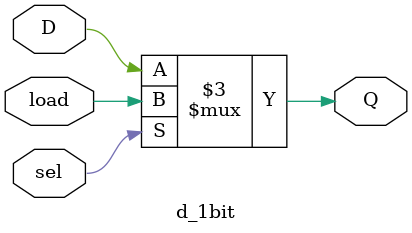
<source format=v>

module d_1bit(
    //input wire clk,
    input wire sel,
    input wire load,
    input wire D,
    output reg Q
);

    always @(*) begin
        if (sel)
            Q <= load;
        else
            Q <= D;
    end

endmodule
</source>
